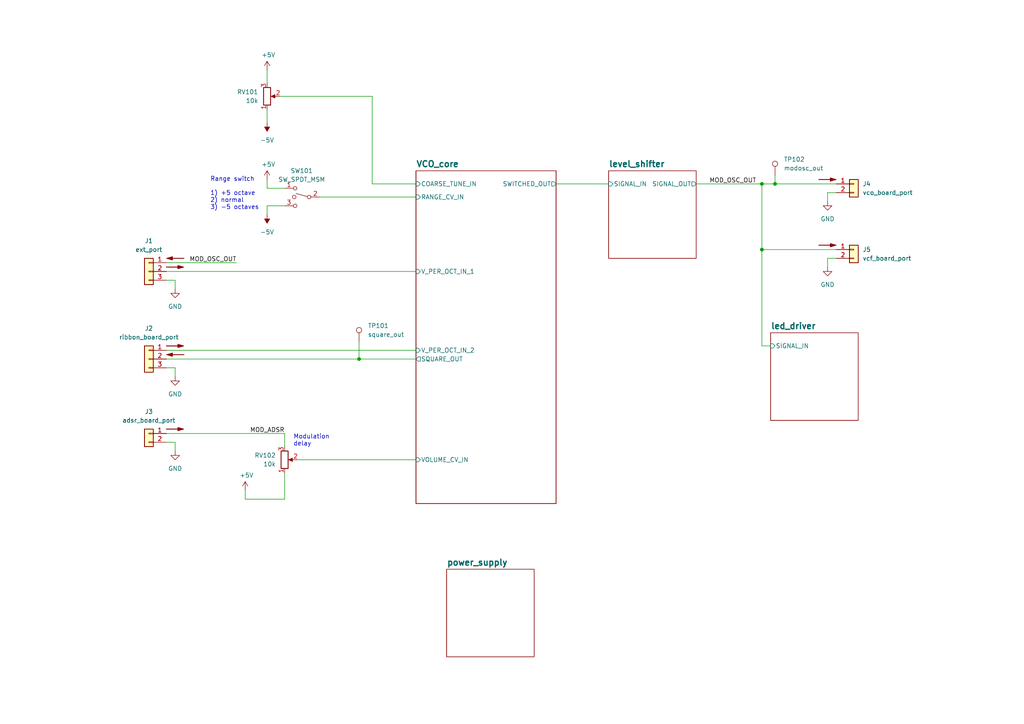
<source format=kicad_sch>
(kicad_sch (version 20230121) (generator eeschema)
  (paper "A4")
  (title_block (title "Josh Ox Ribbon Synth Mod Osc board") (date "2022-07-21") (rev "0") (comment 2 "creativecommons.org/licenses/by/4.0") (comment 3 "license: CC by 4.0") (comment 4 "Author: Jordan Aceto"))
  (lib_symbols
    (symbol "Connector:TestPoint" (pin_numbers hide) (pin_names (offset 0.762) hide)
      (property "Reference" "TP" (at 0 6.858 0))
      (property "Value" "TestPoint" (at 0 5.08 0))
      (symbol "TestPoint_0_1"
        (circle (center 0 3.302) (radius 0.762))
      )
      (symbol "TestPoint_1_1"
        (pin passive line (at 0 0 90) (length 2.54) (name "1") (number "1"))
      )
    )
    (symbol "Connector_Generic:Conn_01x02" (pin_names (offset 1.016) hide)
      (property "Reference" "J" (at 0 2.54 0))
      (property "Value" "Conn_01x02" (at 0 -5.08 0))
      (symbol "Conn_01x02_1_1"
        (rectangle (start -1.27 -2.413) (end 0 -2.667) (stroke (width 0.1524)))
        (rectangle (start -1.27 0.127) (end 0 -0.127) (stroke (width 0.1524)))
        (rectangle (start -1.27 1.27) (end 1.27 -3.81) (stroke (width 0.254)) (fill (type background)))
        (pin passive line (at -5.08 0 0) (length 3.81) (name "Pin_1") (number "1"))
        (pin passive line (at -5.08 -2.54 0) (length 3.81) (name "Pin_2") (number "2"))
      )
    )
    (symbol "Connector_Generic:Conn_01x03" (pin_names (offset 1.016) hide)
      (property "Reference" "J" (at 0 5.08 0))
      (property "Value" "Conn_01x03" (at 0 -5.08 0))
      (symbol "Conn_01x03_1_1"
        (rectangle (start -1.27 -2.413) (end 0 -2.667) (stroke (width 0.1524)))
        (rectangle (start -1.27 0.127) (end 0 -0.127) (stroke (width 0.1524)))
        (rectangle (start -1.27 2.667) (end 0 2.413) (stroke (width 0.1524)))
        (rectangle (start -1.27 3.81) (end 1.27 -3.81) (stroke (width 0.254)) (fill (type background)))
        (pin passive line (at -5.08 2.54 0) (length 3.81) (name "Pin_1") (number "1"))
        (pin passive line (at -5.08 0 0) (length 3.81) (name "Pin_2") (number "2"))
        (pin passive line (at -5.08 -2.54 0) (length 3.81) (name "Pin_3") (number "3"))
      )
    )
    (symbol "Device:R_Potentiometer" (pin_names (offset 1.016) hide)
      (property "Reference" "RV" (at -4.445 0 90))
      (property "Value" "R_Potentiometer" (at -2.54 0 90))
      (symbol "R_Potentiometer_0_1"
        (polyline (pts (xy 2.54 0) (xy 1.524 0)))
        (polyline (pts (xy 1.143 0) (xy 2.286 0.508) (xy 2.286 -0.508) (xy 1.143 0)) (fill (type outline)))
        (rectangle (start 1.016 2.54) (end -1.016 -2.54) (stroke (width 0.254)))
      )
      (symbol "R_Potentiometer_1_1"
        (pin passive line (at 0 3.81 270) (length 1.27) (name "1") (number "1"))
        (pin passive line (at 3.81 0 180) (length 1.27) (name "2") (number "2"))
        (pin passive line (at 0 -3.81 90) (length 1.27) (name "3") (number "3"))
      )
    )
    (symbol "Graphic:SYM_Arrow_Normal" (in_bom no) (on_board no)
      (symbol "SYM_Arrow_Normal_0_1"
        (polyline (pts (xy 1.524 0) (xy -2.54 0)) (stroke (width 0.254)))
        (polyline (pts (xy 2.54 0) (xy 0.762 -0.508) (xy 0.762 0.508) (xy 2.54 0)) (fill (type outline)))
      )
    )
    (symbol "Switch:SW_SPDT_MSM" (pin_names (offset 0) hide)
      (property "Reference" "SW" (at 0 5.08 0))
      (property "Value" "SW_SPDT_MSM" (at 0 -5.08 0))
      (symbol "SW_SPDT_MSM_0_0"
        (circle (center -2.032 0) (radius 0.508))
        (polyline (pts (xy -1.524 0.127) (xy 1.778 1.016)))
        (circle (center 2.032 -2.54) (radius 0.508))
      )
      (symbol "SW_SPDT_MSM_0_1"
        (circle (center 2.032 2.54) (radius 0.508))
        (circle (center 2.286 0) (radius 0.508))
      )
      (symbol "SW_SPDT_MSM_1_1"
        (pin passive line (at 5.08 2.54 180) (length 2.54) (name "1") (number "1"))
        (pin passive line (at -5.08 0 0) (length 2.54) (name "2") (number "2"))
        (pin passive line (at 5.08 -2.54 180) (length 2.54) (name "3") (number "3"))
      )
    )
    (symbol "power:+5V" (power) (pin_names (offset 0))
      (property "Value" "+5V" (at 0 3.556 0))
      (symbol "+5V_0_1"
        (polyline (pts (xy -0.762 1.27) (xy 0 2.54)))
        (polyline (pts (xy 0 0) (xy 0 2.54)))
        (polyline (pts (xy 0 2.54) (xy 0.762 1.27)))
      )
      (symbol "+5V_1_1"
        (pin power_in line (at 0 0 90) (length 0) hide (name "+5V") (number "1"))
      )
    )
    (symbol "power:-5V" (power) (pin_names (offset 0))
      (property "Value" "-5V" (at 0 3.81 0))
      (symbol "-5V_0_0"
        (pin power_in line (at 0 0 90) (length 0) hide (name "-5V") (number "1"))
      )
      (symbol "-5V_0_1"
        (polyline (pts (xy 0 0) (xy 0 1.27) (xy 0.762 1.27) (xy 0 2.54) (xy -0.762 1.27) (xy 0 1.27)) (fill (type outline)))
      )
    )
    (symbol "power:GND" (power) (pin_names (offset 0))
      (property "Value" "GND" (at 0 -3.81 0))
      (symbol "GND_0_1"
        (polyline (pts (xy 0 0) (xy 0 -1.27) (xy 1.27 -1.27) (xy 0 -2.54) (xy -1.27 -1.27) (xy 0 -1.27)))
      )
      (symbol "GND_1_1"
        (pin power_in line (at 0 0 270) (length 0) hide (name "GND") (number "1"))
      )
    )
  )
  (junction (at 104.14 104.14))
  (junction (at 220.98 72.39))
  (junction (at 220.98 53.34))
  (junction (at 224.79 53.34))
  (wire (pts (xy 161.29 53.34) (xy 176.53 53.34)))
  (wire (pts (xy 224.79 50.8) (xy 224.79 53.34)))
  (wire (pts (xy 50.8 130.81) (xy 50.8 128.27)))
  (wire (pts (xy 50.8 109.22) (xy 50.8 106.68)))
  (wire (pts (xy 240.03 74.93) (xy 242.57 74.93)))
  (wire (pts (xy 77.47 59.69) (xy 77.47 62.23)))
  (wire (pts (xy 104.14 99.06) (xy 104.14 104.14)))
  (wire (pts (xy 77.47 20.32) (xy 77.47 24.13)))
  (wire (pts (xy 104.14 104.14) (xy 120.65 104.14)))
  (wire (pts (xy 240.03 55.88) (xy 242.57 55.88)))
  (wire (pts (xy 220.98 72.39) (xy 220.98 100.33)))
  (wire (pts (xy 223.52 100.33) (xy 220.98 100.33)))
  (wire (pts (xy 82.55 125.73) (xy 82.55 129.54)))
  (wire (pts (xy 48.26 104.14) (xy 104.14 104.14)))
  (wire (pts (xy 220.98 53.34) (xy 224.79 53.34)))
  (wire (pts (xy 92.71 57.15) (xy 120.65 57.15)))
  (wire (pts (xy 220.98 72.39) (xy 220.98 53.34)))
  (wire (pts (xy 50.8 83.82) (xy 50.8 81.28)))
  (wire (pts (xy 224.79 53.34) (xy 242.57 53.34)))
  (wire (pts (xy 120.65 53.34) (xy 107.95 53.34)))
  (wire (pts (xy 240.03 77.47) (xy 240.03 74.93)))
  (wire (pts (xy 107.95 53.34) (xy 107.95 27.94)))
  (wire (pts (xy 71.12 142.24) (xy 71.12 144.78)))
  (wire (pts (xy 242.57 72.39) (xy 220.98 72.39)))
  (wire (pts (xy 48.26 78.74) (xy 120.65 78.74)))
  (wire (pts (xy 50.8 128.27) (xy 48.26 128.27)))
  (wire (pts (xy 86.36 133.35) (xy 120.65 133.35)))
  (wire (pts (xy 201.93 53.34) (xy 220.98 53.34)))
  (wire (pts (xy 48.26 76.2) (xy 68.58 76.2)))
  (wire (pts (xy 77.47 59.69) (xy 82.55 59.69)))
  (wire (pts (xy 240.03 58.42) (xy 240.03 55.88)))
  (wire (pts (xy 77.47 52.07) (xy 77.47 54.61)))
  (wire (pts (xy 50.8 81.28) (xy 48.26 81.28)))
  (wire (pts (xy 48.26 101.6) (xy 120.65 101.6)))
  (wire (pts (xy 77.47 54.61) (xy 82.55 54.61)))
  (wire (pts (xy 71.12 144.78) (xy 82.55 144.78)))
  (wire (pts (xy 107.95 27.94) (xy 81.28 27.94)))
  (wire (pts (xy 48.26 125.73) (xy 82.55 125.73)))
  (wire (pts (xy 50.8 106.68) (xy 48.26 106.68)))
  (wire (pts (xy 82.55 144.78) (xy 82.55 137.16)))
  (wire (pts (xy 77.47 31.75) (xy 77.47 35.56)))
  (text "Range switch\n\n1) +5 octave\n2) normal\n3) -5 octaves" (at 60.96 60.96 0) (effects (font (size 1.27 1.27)) (justify left bottom)))
  (text "Modulation\ndelay" (at 85.09 129.54 0) (effects (font (size 1.27 1.27)) (justify left bottom)))
  (label "MOD_ADSR" (at 82.55 125.73 180))
  (label "MOD_OSC_OUT" (at 205.74 53.34 0))
  (label "MOD_OSC_OUT" (at 68.58 76.2 180))
  (symbol (lib_id "Graphic:SYM_Arrow_Normal") (at 240.03 71.12 0) (unit 1)
    (property "Reference" "#SYM107" (effects hide))
    (property "Value" "SYM_Arrow_Normal" (effects hide))
    (property "Sim.Enable" "0" (effects hide))
  )
  (symbol (lib_id "Switch:SW_SPDT_MSM") (at 87.63 57.15 0) (mirror y) (unit 1)
    (property "Reference" "SW101" (at 87.503 49.53 0))
    (property "Value" "SW_SPDT_MSM" (at 87.503 52.07 0))
    (property "Footprint" "custom_footprints:SPDT_mini_toggle" (effects hide))
  )
  (symbol (lib_id "Device:R_Potentiometer") (at 82.55 133.35 0) (mirror x) (unit 1)
    (property "Reference" "RV102" (at 80.01 132.0799 0) (effects (justify right)))
    (property "Value" "10k" (at 80.01 134.6199 0) (effects (justify right)))
    (property "Footprint" "custom_footprints:Potentiometer_P260T" (effects hide))
  )
  (symbol (lib_id "Connector_Generic:Conn_01x03") (at 43.18 78.74 0) (mirror y) (unit 1)
    (property "Reference" "J1" (at 43.18 69.85 0))
    (property "Value" "ext_port" (at 43.18 72.39 0))
    (property "Footprint" "Connector_Molex:Molex_KK-254_AE-6410-03A_1x03_P2.54mm_Vertical" (effects hide))
  )
  (symbol (lib_id "power:GND") (at 50.8 130.81 0) (unit 1)
    (property "Reference" "#PWR0103" (effects hide))
    (property "Value" "GND" (at 50.8 135.89 0))
  )
  (symbol (lib_id "power:-5V") (at 77.47 62.23 180) (unit 1)
    (property "Reference" "#PWR0109" (effects hide))
    (property "Value" "-5V" (at 77.47 67.31 0))
  )
  (symbol (lib_id "Connector:TestPoint") (at 224.79 50.8 0) (unit 1) (in_bom no)
    (property "Reference" "TP102" (at 227.33 46.2279 0) (effects (justify left)))
    (property "Value" "modosc_out" (at 227.33 48.7679 0) (effects (justify left)))
    (property "Footprint" "TestPoint:TestPoint_Keystone_5000-5004_Miniature" (effects hide))
  )
  (symbol (lib_id "power:+5V") (at 77.47 20.32 0) (unit 1)
    (property "Reference" "#PWR0113" (effects hide))
    (property "Value" "+5V" (at 77.851 15.9258 0))
  )
  (symbol (lib_id "Graphic:SYM_Arrow_Normal") (at 50.8 74.93 180) (unit 1)
    (property "Reference" "#SYM101" (effects hide))
    (property "Value" "SYM_Arrow_Normal" (effects hide))
    (property "Sim.Enable" "0" (effects hide))
  )
  (symbol (lib_id "power:GND") (at 50.8 109.22 0) (unit 1)
    (property "Reference" "#PWR0102" (effects hide))
    (property "Value" "GND" (at 50.8 114.3 0))
  )
  (symbol (lib_id "Graphic:SYM_Arrow_Normal") (at 50.8 100.33 0) (unit 1)
    (property "Reference" "#SYM103" (effects hide))
    (property "Value" "SYM_Arrow_Normal" (effects hide))
    (property "Sim.Enable" "0" (effects hide))
  )
  (symbol (lib_id "Connector_Generic:Conn_01x02") (at 247.65 53.34 0) (unit 1)
    (property "Reference" "J4" (at 250.19 53.3399 0) (effects (justify left)))
    (property "Value" "vco_board_port" (at 250.19 55.8799 0) (effects (justify left)))
    (property "Footprint" "Connector_Molex:Molex_KK-254_AE-6410-02A_1x02_P2.54mm_Vertical" (effects hide))
  )
  (symbol (lib_id "power:GND") (at 50.8 83.82 0) (unit 1)
    (property "Reference" "#PWR0101" (effects hide))
    (property "Value" "GND" (at 50.8 88.9 0))
  )
  (symbol (lib_id "power:+5V") (at 71.12 142.24 0) (unit 1)
    (property "Reference" "#PWR0111" (effects hide))
    (property "Value" "+5V" (at 71.501 137.8458 0))
  )
  (symbol (lib_id "Graphic:SYM_Arrow_Normal") (at 50.8 102.87 180) (unit 1)
    (property "Reference" "#SYM104" (effects hide))
    (property "Value" "SYM_Arrow_Normal" (effects hide))
    (property "Sim.Enable" "0" (effects hide))
  )
  (symbol (lib_id "Connector:TestPoint") (at 104.14 99.06 0) (unit 1) (in_bom no)
    (property "Reference" "TP101" (at 106.68 94.4879 0) (effects (justify left)))
    (property "Value" "square_out" (at 106.68 97.0279 0) (effects (justify left)))
    (property "Footprint" "TestPoint:TestPoint_Keystone_5000-5004_Miniature" (effects hide))
  )
  (symbol (lib_id "Connector_Generic:Conn_01x02") (at 247.65 72.39 0) (unit 1)
    (property "Reference" "J5" (at 250.19 72.3899 0) (effects (justify left)))
    (property "Value" "vcf_board_port" (at 250.19 74.9299 0) (effects (justify left)))
    (property "Footprint" "Connector_Molex:Molex_KK-254_AE-6410-02A_1x02_P2.54mm_Vertical" (effects hide))
  )
  (symbol (lib_id "power:GND") (at 240.03 77.47 0) (mirror y) (unit 1)
    (property "Reference" "#PWR0105" (effects hide))
    (property "Value" "GND" (at 240.03 82.55 0))
  )
  (symbol (lib_id "power:-5V") (at 77.47 35.56 180) (unit 1)
    (property "Reference" "#PWR0112" (effects hide))
    (property "Value" "-5V" (at 77.47 40.64 0))
  )
  (symbol (lib_id "Graphic:SYM_Arrow_Normal") (at 50.8 77.47 0) (unit 1)
    (property "Reference" "#SYM102" (effects hide))
    (property "Value" "SYM_Arrow_Normal" (effects hide))
    (property "Sim.Enable" "0" (effects hide))
  )
  (symbol (lib_id "Graphic:SYM_Arrow_Normal") (at 50.8 124.46 0) (unit 1)
    (property "Reference" "#SYM105" (effects hide))
    (property "Value" "SYM_Arrow_Normal" (effects hide))
    (property "Sim.Enable" "0" (effects hide))
  )
  (symbol (lib_id "power:GND") (at 240.03 58.42 0) (mirror y) (unit 1)
    (property "Reference" "#PWR0104" (effects hide))
    (property "Value" "GND" (at 240.03 63.5 0))
  )
  (symbol (lib_id "Graphic:SYM_Arrow_Normal") (at 240.03 52.07 0) (unit 1)
    (property "Reference" "#SYM106" (effects hide))
    (property "Value" "SYM_Arrow_Normal" (effects hide))
    (property "Sim.Enable" "0" (effects hide))
  )
  (symbol (lib_id "Connector_Generic:Conn_01x02") (at 43.18 125.73 0) (mirror y) (unit 1)
    (property "Reference" "J3" (at 43.18 119.38 0))
    (property "Value" "adsr_board_port" (at 43.18 121.92 0))
    (property "Footprint" "Connector_Molex:Molex_KK-254_AE-6410-02A_1x02_P2.54mm_Vertical" (effects hide))
  )
  (symbol (lib_id "Connector_Generic:Conn_01x03") (at 43.18 104.14 0) (mirror y) (unit 1)
    (property "Reference" "J2" (at 43.18 95.25 0))
    (property "Value" "ribbon_board_port" (at 43.18 97.79 0))
    (property "Footprint" "Connector_Molex:Molex_KK-254_AE-6410-03A_1x03_P2.54mm_Vertical" (effects hide))
  )
  (symbol (lib_id "Device:R_Potentiometer") (at 77.47 27.94 0) (mirror x) (unit 1)
    (property "Reference" "RV101" (at 74.93 26.6699 0) (effects (justify right)))
    (property "Value" "10k" (at 74.93 29.2099 0) (effects (justify right)))
    (property "Footprint" "custom_footprints:Potentiometer_P260T" (effects hide))
  )
  (symbol (lib_id "power:+5V") (at 77.47 52.07 0) (unit 1)
    (property "Reference" "#PWR0110" (effects hide))
    (property "Value" "+5V" (at 77.851 47.6758 0))
  )
  (sheet (at 120.65 49.53) (size 40.64 96.52) (stroke (width 0.1524))
    (property "Sheetname" "VCO_core" (at 120.65 48.5784 0) (effects (font (size 1.75 1.75) bold) (justify left bottom)))
    (property "Sheetfile" "VCO_core.kicad_sch" (effects hide))
    (pin "COARSE_TUNE_IN" input (at 120.65 53.34 180))
    (pin "RANGE_CV_IN" input (at 120.65 57.15 180))
    (pin "V_PER_OCT_IN_1" input (at 120.65 78.74 180))
    (pin "V_PER_OCT_IN_2" input (at 120.65 101.6 180))
    (pin "VOLUME_CV_IN" input (at 120.65 133.35 180))
    (pin "SWITCHED_OUT" output (at 161.29 53.34 0))
    (pin "SQUARE_OUT" output (at 120.65 104.14 180))
  )
  (sheet (at 223.52 96.52) (size 25.4 25.4) (stroke (width 0.1524))
    (property "Sheetname" "led_driver" (at 223.52 95.5684 0) (effects (font (size 1.75 1.75) bold) (justify left bottom)))
    (property "Sheetfile" "led_driver.kicad_sch" (effects hide))
    (pin "SIGNAL_IN" input (at 223.52 100.33 180))
  )
  (sheet (at 176.53 49.53) (size 25.4 25.4) (stroke (width 0.1524))
    (property "Sheetname" "level_shifter" (at 176.53 48.5784 0) (effects (font (size 1.75 1.75) bold) (justify left bottom)))
    (property "Sheetfile" "level_shifter.kicad_sch" (effects hide))
    (pin "SIGNAL_OUT" output (at 201.93 53.34 0))
    (pin "SIGNAL_IN" input (at 176.53 53.34 180))
  )
  (sheet (at 129.54 165.1) (size 25.4 25.4) (stroke (width 0.1524))
    (property "Sheetname" "power_supply" (at 129.54 164.1484 0) (effects (font (size 1.75 1.75) bold) (justify left bottom)))
    (property "Sheetfile" "power_supply.kicad_sch" (effects hide))
  )
)
</source>
